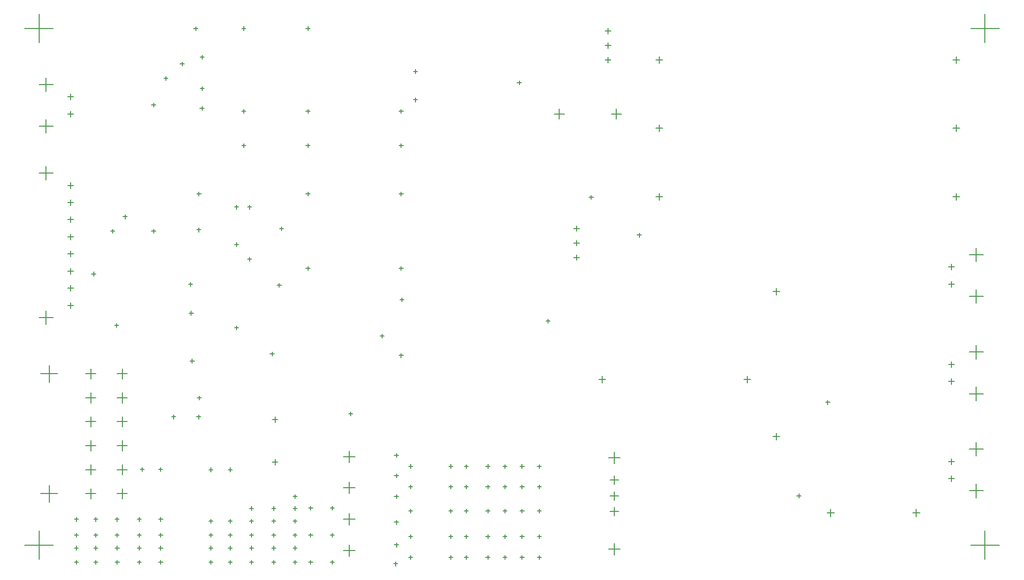
<source format=gbr>
%TF.GenerationSoftware,Altium Limited,Altium Designer,18.1.9 (240)*%
G04 Layer_Color=128*
%FSLAX26Y26*%
%MOIN*%
%TF.FileFunction,Drillmap*%
%TF.Part,Single*%
G01*
G75*
%TA.AperFunction,NonConductor*%
%ADD110C,0.005000*%
D110*
X204724Y551181D02*
X322835D01*
X263779Y492126D02*
Y610236D01*
X204724Y1377953D02*
X322835D01*
X263779Y1318898D02*
Y1437008D01*
X732284Y1047244D02*
X803149D01*
X767716Y1011811D02*
Y1082677D01*
X732284Y881890D02*
X803149D01*
X767716Y846457D02*
Y917323D01*
X732284Y716535D02*
X803149D01*
X767716Y681102D02*
Y751968D01*
X732284Y551181D02*
X803149D01*
X767716Y515748D02*
Y586614D01*
X732284Y1212598D02*
X803149D01*
X767716Y1177165D02*
Y1248031D01*
X515748Y1212598D02*
X586614D01*
X551181Y1177165D02*
Y1248031D01*
X515748Y1047244D02*
X586614D01*
X551181Y1011811D02*
Y1082677D01*
X515748Y881890D02*
X586614D01*
X551181Y846457D02*
Y917323D01*
X515748Y716535D02*
X586614D01*
X551181Y681102D02*
Y751968D01*
X515748Y551181D02*
X586614D01*
X551181Y515748D02*
Y586614D01*
X515748Y1377953D02*
X586614D01*
X551181Y1342520D02*
Y1413386D01*
X732284Y1377953D02*
X803149D01*
X767716Y1342520D02*
Y1413386D01*
X95965Y3759843D02*
X292815D01*
X194390Y3661417D02*
Y3858268D01*
X95965Y196850D02*
X292815D01*
X194390Y98425D02*
Y295276D01*
X6614173Y3759843D02*
X6811024D01*
X6712598Y3661417D02*
Y3858268D01*
X6614173Y196850D02*
X6811024D01*
X6712598Y98425D02*
Y295276D01*
X393307Y1850394D02*
X433464D01*
X413386Y1830315D02*
Y1870472D01*
X393307Y1968504D02*
X433464D01*
X413386Y1948425D02*
Y1988583D01*
X393307Y2086614D02*
X433464D01*
X413386Y2066535D02*
Y2106693D01*
X393307Y2204724D02*
X433464D01*
X413386Y2184646D02*
Y2224803D01*
X393307Y2322835D02*
X433464D01*
X413386Y2302756D02*
Y2342913D01*
X393307Y2440945D02*
X433464D01*
X413386Y2420866D02*
Y2461024D01*
X393307Y2559055D02*
X433464D01*
X413386Y2538976D02*
Y2579134D01*
X393307Y2677165D02*
X433464D01*
X413386Y2657087D02*
Y2697244D01*
X195866Y2761811D02*
X290748D01*
X243307Y2714370D02*
Y2809252D01*
X195866Y1765748D02*
X290748D01*
X243307Y1718307D02*
Y1813189D01*
X5251969Y944882D02*
X5299213D01*
X5275591Y921260D02*
Y968504D01*
X5251969Y1944882D02*
X5299213D01*
X5275591Y1921260D02*
Y1968504D01*
X4051181Y1338583D02*
X4098425D01*
X4074803Y1314961D02*
Y1362205D01*
X5051181Y1338583D02*
X5098425D01*
X5074803Y1314961D02*
Y1362205D01*
X5624016Y419291D02*
X5675197D01*
X5649606Y393701D02*
Y444882D01*
X6214567Y419291D02*
X6265748D01*
X6240158Y393701D02*
Y444882D01*
X393307Y3169291D02*
X433464D01*
X413386Y3149213D02*
Y3189370D01*
X393307Y3287402D02*
X433464D01*
X413386Y3267323D02*
Y3307480D01*
X195866Y3372047D02*
X290748D01*
X243307Y3324606D02*
Y3419488D01*
X195866Y3084646D02*
X290748D01*
X243307Y3037205D02*
Y3132087D01*
X4444882Y3543307D02*
X4492126D01*
X4468504Y3519685D02*
Y3566929D01*
X6492126Y3543307D02*
X6539370D01*
X6515748Y3519685D02*
Y3566929D01*
X6492126Y3070866D02*
X6539370D01*
X6515748Y3047244D02*
Y3094488D01*
X4444882Y3070866D02*
X4492126D01*
X4468504Y3047244D02*
Y3094488D01*
X4444882Y2598425D02*
X4492126D01*
X4468504Y2574803D02*
Y2622047D01*
X6492126Y2598425D02*
X6539370D01*
X6515748Y2574803D02*
Y2622047D01*
X2292717Y807087D02*
X2372638D01*
X2332677Y767126D02*
Y847047D01*
X2292717Y590551D02*
X2372638D01*
X2332677Y550591D02*
Y630512D01*
X2292717Y374016D02*
X2372638D01*
X2332677Y334055D02*
Y413976D01*
X2292717Y157480D02*
X2372638D01*
X2332677Y117520D02*
Y197441D01*
X4118701Y797244D02*
X4198622D01*
X4158661Y757283D02*
Y837205D01*
X4128740Y644882D02*
X4188583D01*
X4158661Y614961D02*
Y674803D01*
X4128740Y536614D02*
X4188583D01*
X4158661Y506693D02*
Y566535D01*
X4128740Y427953D02*
X4188583D01*
X4158661Y398031D02*
Y457874D01*
X4118701Y167323D02*
X4198622D01*
X4158661Y127362D02*
Y207283D01*
X3744095Y3169291D02*
X3814961D01*
X3779528Y3133858D02*
Y3204724D01*
X4137795Y3169291D02*
X4208661D01*
X4173228Y3133858D02*
Y3204724D01*
X6463386Y2114768D02*
X6503543D01*
X6483465Y2094689D02*
Y2134846D01*
X6463386Y1996658D02*
X6503543D01*
X6483465Y1976579D02*
Y2016736D01*
X6606102Y1912012D02*
X6700984D01*
X6653543Y1864571D02*
Y1959453D01*
X6606102Y2199413D02*
X6700984D01*
X6653543Y2151972D02*
Y2246854D01*
X3877953Y2380394D02*
X3917323D01*
X3897638Y2360709D02*
Y2400079D01*
X3877953Y2280394D02*
X3917323D01*
X3897638Y2260709D02*
Y2300079D01*
X3877953Y2180394D02*
X3917323D01*
X3897638Y2160709D02*
Y2200079D01*
X4094488Y3541732D02*
X4133858D01*
X4114173Y3522047D02*
Y3561417D01*
X4094488Y3641732D02*
X4133858D01*
X4114173Y3622047D02*
Y3661417D01*
X4094488Y3741732D02*
X4133858D01*
X4114173Y3722047D02*
Y3761417D01*
X6463386Y1442913D02*
X6503543D01*
X6483465Y1422835D02*
Y1462992D01*
X6463386Y1324803D02*
X6503543D01*
X6483465Y1304725D02*
Y1344882D01*
X6606102Y1240158D02*
X6700984D01*
X6653543Y1192717D02*
Y1287598D01*
X6606102Y1527559D02*
X6700984D01*
X6653543Y1480118D02*
Y1575000D01*
X6463386Y773622D02*
X6503543D01*
X6483465Y753543D02*
Y793701D01*
X6463386Y655512D02*
X6503543D01*
X6483465Y635433D02*
Y675591D01*
X6606102Y570866D02*
X6700984D01*
X6653543Y523425D02*
Y618307D01*
X6606102Y858268D02*
X6700984D01*
X6653543Y810827D02*
Y905709D01*
X1801024Y1062992D02*
X1840394D01*
X1820709Y1043307D02*
Y1082677D01*
X1801024Y767716D02*
X1840394D01*
X1820709Y748032D02*
Y787402D01*
X3489937Y3386220D02*
X3517937D01*
X3503937Y3372220D02*
Y3400220D01*
X5417102Y536614D02*
X5445102D01*
X5431102Y522614D02*
Y550614D01*
X5615921Y1181102D02*
X5643921D01*
X5629921Y1167102D02*
Y1195102D01*
X3986391Y2595925D02*
X4014391D01*
X4000391Y2581925D02*
Y2609925D01*
X4316709Y2334291D02*
X4344709D01*
X4330709Y2320291D02*
Y2348291D01*
X1229701Y1796575D02*
X1257701D01*
X1243701Y1782575D02*
Y1810575D01*
X1541118Y2527303D02*
X1569118D01*
X1555118Y2513303D02*
Y2541303D01*
X1541118Y2270315D02*
X1569118D01*
X1555118Y2256315D02*
Y2284315D01*
X1631669Y2169291D02*
X1659669D01*
X1645669Y2155291D02*
Y2183291D01*
X1631669Y2527303D02*
X1659669D01*
X1645669Y2513303D02*
Y2541303D01*
X1260331Y3757874D02*
X1288331D01*
X1274331Y3743874D02*
Y3771874D01*
X1167102Y3515256D02*
X1195102D01*
X1181102Y3501256D02*
Y3529256D01*
X3688364Y1742894D02*
X3716364D01*
X3702364Y1728894D02*
Y1756894D01*
X714346Y1712598D02*
X742346D01*
X728346Y1698598D02*
Y1726598D01*
X1225173Y1994862D02*
X1253173D01*
X1239173Y1980862D02*
Y2008862D01*
X1236118Y1467165D02*
X1264118D01*
X1250118Y1453165D02*
Y1481165D01*
X773400Y2460625D02*
X801400D01*
X787400Y2446625D02*
Y2474625D01*
X3627732Y112391D02*
X3655732D01*
X3641732Y98391D02*
Y126391D01*
X3627732Y255323D02*
X3655732D01*
X3641732Y241323D02*
Y269323D01*
X3627732Y432488D02*
X3655732D01*
X3641732Y418488D02*
Y446488D01*
X3627732Y598570D02*
X3655732D01*
X3641732Y584570D02*
Y612570D01*
X3627732Y739485D02*
X3655732D01*
X3641732Y725485D02*
Y753485D01*
X3509622Y740068D02*
X3537622D01*
X3523622Y726068D02*
Y754068D01*
X3509622Y599153D02*
X3537622D01*
X3523622Y585153D02*
Y613153D01*
X3509622Y433071D02*
X3537622D01*
X3523622Y419071D02*
Y447071D01*
X3509622Y255905D02*
X3537622D01*
X3523622Y241905D02*
Y269906D01*
X3509622Y112974D02*
X3537622D01*
X3523622Y98974D02*
Y126974D01*
X3391512Y739485D02*
X3419512D01*
X3405512Y725485D02*
Y753485D01*
X3391512Y598570D02*
X3419512D01*
X3405512Y584570D02*
Y612570D01*
X3391512Y432488D02*
X3419512D01*
X3405512Y418488D02*
Y446488D01*
X3391512Y255323D02*
X3419512D01*
X3405512Y241323D02*
Y269323D01*
X3391512Y112391D02*
X3419512D01*
X3405512Y98391D02*
Y126391D01*
X3273402Y740068D02*
X3301402D01*
X3287402Y726068D02*
Y754068D01*
X3273402Y599153D02*
X3301402D01*
X3287402Y585153D02*
Y613153D01*
X3273402Y433071D02*
X3301402D01*
X3287402Y419071D02*
Y447071D01*
X3273402Y255905D02*
X3301402D01*
X3287402Y241905D02*
Y269906D01*
X3273402Y112974D02*
X3301402D01*
X3287402Y98974D02*
Y126974D01*
X3125764Y112391D02*
X3153764D01*
X3139764Y98391D02*
Y126391D01*
X3125764Y255323D02*
X3153764D01*
X3139764Y241323D02*
Y269323D01*
X3125764Y432488D02*
X3153764D01*
X3139764Y418488D02*
Y446488D01*
X3125764Y598570D02*
X3153764D01*
X3139764Y584570D02*
Y612570D01*
X3125764Y739485D02*
X3153764D01*
X3139764Y725485D02*
Y753485D01*
X3017496Y112974D02*
X3045496D01*
X3031496Y98974D02*
Y126974D01*
X3017496Y255905D02*
X3045496D01*
X3031496Y241905D02*
Y269906D01*
X3017496Y433071D02*
X3045496D01*
X3031496Y419071D02*
Y447071D01*
X3017496Y599153D02*
X3045496D01*
X3031496Y585153D02*
Y613153D01*
X3017496Y740068D02*
X3045496D01*
X3031496Y726068D02*
Y754068D01*
X688559Y2362205D02*
X716559D01*
X702559Y2348205D02*
Y2376205D01*
X970252Y3232284D02*
X998252D01*
X984252Y3218284D02*
Y3246284D01*
X1645724Y450469D02*
X1673724D01*
X1659724Y436469D02*
Y464469D01*
X1798205Y450469D02*
X1826205D01*
X1812205Y436469D02*
Y464469D01*
X1365134Y716535D02*
X1393134D01*
X1379134Y702535D02*
Y730535D01*
X1497659Y716535D02*
X1525659D01*
X1511659Y702535D02*
Y730535D01*
X1365134Y361516D02*
X1393134D01*
X1379134Y347516D02*
Y375516D01*
X1497659Y361516D02*
X1525659D01*
X1511659Y347516D02*
Y375516D01*
X2052929Y79685D02*
X2080929D01*
X2066929Y65685D02*
Y93685D01*
X2200488Y79685D02*
X2228488D01*
X2214488Y65685D02*
Y93685D01*
X2052929Y266118D02*
X2080929D01*
X2066929Y252118D02*
Y280118D01*
X2200488Y266118D02*
X2228488D01*
X2214488Y252118D02*
Y280118D01*
X2052929Y452756D02*
X2080929D01*
X2066929Y438756D02*
Y466756D01*
X2200488Y452756D02*
X2228488D01*
X2214488Y438756D02*
Y466756D01*
X1944504Y532856D02*
X1972504D01*
X1958504Y518856D02*
Y546856D01*
X1945493Y450469D02*
X1973493D01*
X1959493Y436469D02*
Y464469D01*
X1797777Y361516D02*
X1825777D01*
X1811777Y347516D02*
Y375516D01*
X1945414Y361516D02*
X1973414D01*
X1959414Y347516D02*
Y375516D01*
X1645296Y361516D02*
X1673296D01*
X1659296Y347516D02*
Y375516D01*
X1645567Y177165D02*
X1673567D01*
X1659567Y163165D02*
Y191165D01*
X1945685Y177165D02*
X1973685D01*
X1959685Y163165D02*
Y191165D01*
X1798047Y177165D02*
X1826047D01*
X1812047Y163165D02*
Y191165D01*
X1798047Y79685D02*
X1826047D01*
X1812047Y65685D02*
Y93685D01*
X1945685Y79685D02*
X1973685D01*
X1959685Y65685D02*
Y93685D01*
X1645567Y79685D02*
X1673567D01*
X1659567Y65685D02*
Y93685D01*
X1497659Y266118D02*
X1525659D01*
X1511659Y252118D02*
Y280118D01*
X1645296Y266118D02*
X1673296D01*
X1659296Y252118D02*
Y280118D01*
X1365134Y266118D02*
X1393134D01*
X1379134Y252118D02*
Y280118D01*
X1798205Y266118D02*
X1826205D01*
X1812205Y252118D02*
Y280118D01*
X1945764Y266118D02*
X1973764D01*
X1959764Y252118D02*
Y280118D01*
X1365055Y79685D02*
X1393055D01*
X1379055Y65685D02*
Y93685D01*
X1497580Y79685D02*
X1525580D01*
X1511580Y65685D02*
Y93685D01*
X1497580Y177165D02*
X1525580D01*
X1511580Y163165D02*
Y191165D01*
X1365055Y177165D02*
X1393055D01*
X1379055Y163165D02*
Y191165D01*
X1592299Y2952756D02*
X1620299D01*
X1606299Y2938756D02*
Y2966756D01*
X2676256Y2618110D02*
X2704256D01*
X2690256Y2604110D02*
Y2632110D01*
X2033244Y2618110D02*
X2061244D01*
X2047244Y2604110D02*
Y2632110D01*
X1592299Y3188976D02*
X1620299D01*
X1606299Y3174976D02*
Y3202976D01*
X2033244Y3759843D02*
X2061244D01*
X2047244Y3745843D02*
Y3773843D01*
X1592299Y3759843D02*
X1620299D01*
X1606299Y3745843D02*
Y3773843D01*
X2033244Y3188976D02*
X2061244D01*
X2047244Y3174976D02*
Y3202976D01*
X1285213Y1212598D02*
X1313213D01*
X1299213Y1198598D02*
Y1226598D01*
X1054116Y3416093D02*
X1082116D01*
X1068116Y3402093D02*
Y3430093D01*
X1303638Y3208661D02*
X1331638D01*
X1317638Y3194661D02*
Y3222661D01*
X1852007Y2378780D02*
X1880007D01*
X1866007Y2364780D02*
Y2392780D01*
X2545055Y1639764D02*
X2573055D01*
X2559055Y1625764D02*
Y1653764D01*
X1836394Y1988189D02*
X1864394D01*
X1850394Y1974189D02*
Y2002189D01*
X556866Y2066928D02*
X584866D01*
X570866Y2052928D02*
Y2080928D01*
X2775370Y3463779D02*
X2803370D01*
X2789370Y3449779D02*
Y3477779D01*
X2775370Y3267716D02*
X2803370D01*
X2789370Y3253716D02*
Y3281716D01*
X1305134Y3562756D02*
X1333134D01*
X1319134Y3548756D02*
Y3576756D01*
X1305134Y3344646D02*
X1333134D01*
X1319134Y3330646D02*
Y3358646D01*
X438677Y177165D02*
X466677D01*
X452677Y163165D02*
Y191165D01*
X571202Y177165D02*
X599202D01*
X585202Y163165D02*
Y191165D01*
X571202Y79685D02*
X599202D01*
X585202Y65685D02*
Y93685D01*
X438677Y79685D02*
X466677D01*
X452677Y65685D02*
Y93685D01*
X571281Y374016D02*
X599281D01*
X585281Y360016D02*
Y388016D01*
X718918Y374016D02*
X746918D01*
X732918Y360016D02*
Y388016D01*
X871827Y374016D02*
X899827D01*
X885827Y360016D02*
Y388016D01*
X891512Y719617D02*
X919512D01*
X905512Y705617D02*
Y733617D01*
X1019386Y374016D02*
X1047386D01*
X1033386Y360016D02*
Y388016D01*
X1019386Y266118D02*
X1047386D01*
X1033386Y252118D02*
Y280118D01*
X871827Y266118D02*
X899827D01*
X885827Y252118D02*
Y280118D01*
X438756Y266118D02*
X466756D01*
X452756Y252118D02*
Y280118D01*
X718918Y266118D02*
X746918D01*
X732918Y252118D02*
Y280118D01*
X571281Y266118D02*
X599281D01*
X585281Y252118D02*
Y280118D01*
X719189Y79685D02*
X747189D01*
X733189Y65685D02*
Y93685D01*
X1019307Y79685D02*
X1047307D01*
X1033307Y65685D02*
Y93685D01*
X871669Y79685D02*
X899669D01*
X885669Y65685D02*
Y93685D01*
X871669Y177165D02*
X899669D01*
X885669Y163165D02*
Y191165D01*
X1019307Y177165D02*
X1047307D01*
X1033307Y163165D02*
Y191165D01*
X719189Y177165D02*
X747189D01*
X733189Y163165D02*
Y191165D01*
X438756Y374016D02*
X466756D01*
X452756Y360016D02*
Y388016D01*
X1017496Y717920D02*
X1045496D01*
X1031496Y703920D02*
Y731920D01*
X2676256Y2952756D02*
X2704256D01*
X2690256Y2938756D02*
Y2966756D01*
X1282193Y2371002D02*
X1310193D01*
X1296193Y2357002D02*
Y2385002D01*
X1282965Y2618110D02*
X1310965D01*
X1296965Y2604110D02*
Y2632110D01*
X2033244Y2106299D02*
X2061244D01*
X2047244Y2092299D02*
Y2120299D01*
X2033244Y2952756D02*
X2061244D01*
X2047244Y2938756D02*
Y2966756D01*
X2676256Y3188976D02*
X2704256D01*
X2690256Y3174976D02*
Y3202976D01*
X1280147Y1080709D02*
X1308147D01*
X1294147Y1066709D02*
Y1094709D01*
X2328520Y1102362D02*
X2356520D01*
X2342520Y1088362D02*
Y1116362D01*
X1108239Y1080709D02*
X1136239D01*
X1122239Y1066709D02*
Y1094709D01*
X2676186Y1503937D02*
X2704186D01*
X2690186Y1489937D02*
Y1517937D01*
X2676256Y2106299D02*
X2704256D01*
X2690256Y2092299D02*
Y2120299D01*
X2681805Y1889764D02*
X2709805D01*
X2695805Y1875764D02*
Y1903764D01*
X1541118Y1694882D02*
X1569118D01*
X1555118Y1680882D02*
Y1708882D01*
X1787024Y1514921D02*
X1815024D01*
X1801024Y1500921D02*
Y1528921D01*
X2741905Y740068D02*
X2769905D01*
X2755905Y726068D02*
Y754068D01*
X2741905Y599153D02*
X2769905D01*
X2755905Y585153D02*
Y613153D01*
X2741905Y433071D02*
X2769905D01*
X2755905Y419071D02*
Y447071D01*
X2741905Y255905D02*
X2769905D01*
X2755905Y241905D02*
Y269906D01*
X2741905Y112974D02*
X2769905D01*
X2755905Y98974D02*
Y126974D01*
X2637575Y67277D02*
X2665575D01*
X2651575Y53277D02*
Y81277D01*
X2643480Y197223D02*
X2671480D01*
X2657480Y183223D02*
Y211223D01*
X2643480Y354331D02*
X2671480D01*
X2657480Y340331D02*
Y368331D01*
X2643480Y531496D02*
X2671480D01*
X2657480Y517496D02*
Y545496D01*
X2643480Y675591D02*
X2671480D01*
X2657480Y661591D02*
Y689591D01*
X2643480Y815688D02*
X2671480D01*
X2657480Y801688D02*
Y829688D01*
X970252Y2362205D02*
X998252D01*
X984252Y2348205D02*
Y2376205D01*
%TF.MD5,4183039dc97ac888441d265212c86e1f*%
M02*

</source>
